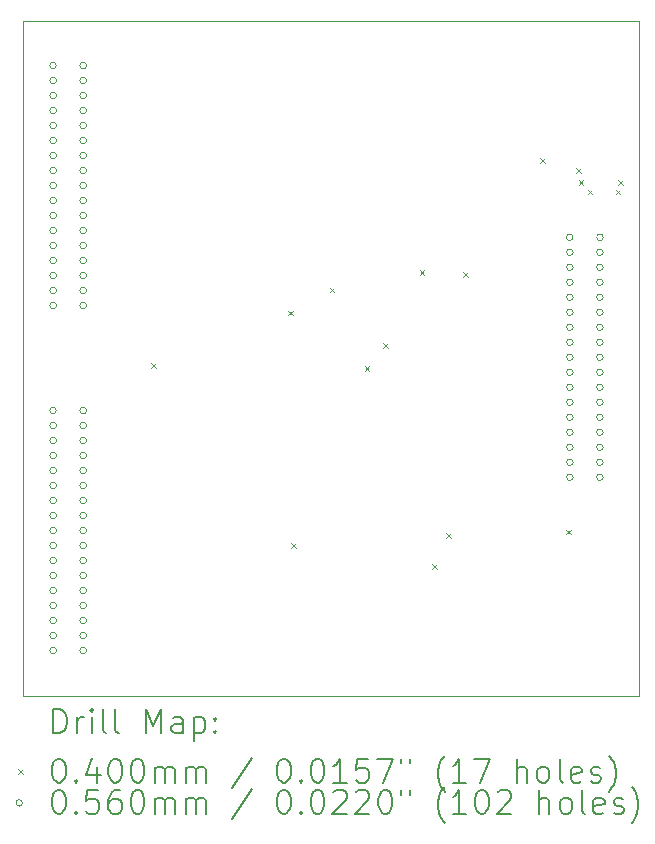
<source format=gbr>
%TF.GenerationSoftware,KiCad,Pcbnew,7.0.7*%
%TF.CreationDate,2023-09-12T10:00:45-04:00*%
%TF.ProjectId,Heater_South,48656174-6572-45f5-936f-7574682e6b69,rev?*%
%TF.SameCoordinates,Original*%
%TF.FileFunction,Drillmap*%
%TF.FilePolarity,Positive*%
%FSLAX45Y45*%
G04 Gerber Fmt 4.5, Leading zero omitted, Abs format (unit mm)*
G04 Created by KiCad (PCBNEW 7.0.7) date 2023-09-12 10:00:45*
%MOMM*%
%LPD*%
G01*
G04 APERTURE LIST*
%ADD10C,0.100000*%
%ADD11C,0.200000*%
%ADD12C,0.040000*%
%ADD13C,0.056000*%
G04 APERTURE END LIST*
D10*
X9144000Y-4699000D02*
X14358000Y-4699000D01*
X14358000Y-10414000D01*
X9144000Y-10414000D01*
X9144000Y-4699000D01*
D11*
D12*
X10230000Y-7600000D02*
X10270000Y-7640000D01*
X10270000Y-7600000D02*
X10230000Y-7640000D01*
X11386006Y-7154697D02*
X11426006Y-7194697D01*
X11426006Y-7154697D02*
X11386006Y-7194697D01*
X11410000Y-9124000D02*
X11450000Y-9164000D01*
X11450000Y-9124000D02*
X11410000Y-9164000D01*
X11740000Y-6960000D02*
X11780000Y-7000000D01*
X11780000Y-6960000D02*
X11740000Y-7000000D01*
X12035450Y-7625450D02*
X12075450Y-7665450D01*
X12075450Y-7625450D02*
X12035450Y-7665450D01*
X12190000Y-7430000D02*
X12230000Y-7470000D01*
X12230000Y-7430000D02*
X12190000Y-7470000D01*
X12500000Y-6810000D02*
X12540000Y-6850000D01*
X12540000Y-6810000D02*
X12500000Y-6850000D01*
X12603800Y-9301800D02*
X12643800Y-9341800D01*
X12643800Y-9301800D02*
X12603800Y-9341800D01*
X12728012Y-9038650D02*
X12768012Y-9078650D01*
X12768012Y-9038650D02*
X12728012Y-9078650D01*
X12870000Y-6830000D02*
X12910000Y-6870000D01*
X12910000Y-6830000D02*
X12870000Y-6870000D01*
X13518200Y-5863650D02*
X13558200Y-5903650D01*
X13558200Y-5863650D02*
X13518200Y-5903650D01*
X13740000Y-9010000D02*
X13780000Y-9050000D01*
X13780000Y-9010000D02*
X13740000Y-9050000D01*
X13823000Y-5949000D02*
X13863000Y-5989000D01*
X13863000Y-5949000D02*
X13823000Y-5989000D01*
X13846977Y-6049372D02*
X13886977Y-6089372D01*
X13886977Y-6049372D02*
X13846977Y-6089372D01*
X13922666Y-6130000D02*
X13962666Y-6170000D01*
X13962666Y-6130000D02*
X13922666Y-6170000D01*
X14160000Y-6130000D02*
X14200000Y-6170000D01*
X14200000Y-6130000D02*
X14160000Y-6170000D01*
X14184650Y-6049372D02*
X14224650Y-6089372D01*
X14224650Y-6049372D02*
X14184650Y-6089372D01*
D13*
X9424984Y-5080000D02*
G75*
G03*
X9424984Y-5080000I-28000J0D01*
G01*
X9424984Y-8001000D02*
G75*
G03*
X9424984Y-8001000I-28000J0D01*
G01*
X9426000Y-5207000D02*
G75*
G03*
X9426000Y-5207000I-28000J0D01*
G01*
X9426000Y-5334000D02*
G75*
G03*
X9426000Y-5334000I-28000J0D01*
G01*
X9426000Y-5461000D02*
G75*
G03*
X9426000Y-5461000I-28000J0D01*
G01*
X9426000Y-5588000D02*
G75*
G03*
X9426000Y-5588000I-28000J0D01*
G01*
X9426000Y-5715000D02*
G75*
G03*
X9426000Y-5715000I-28000J0D01*
G01*
X9426000Y-5842000D02*
G75*
G03*
X9426000Y-5842000I-28000J0D01*
G01*
X9426000Y-5969000D02*
G75*
G03*
X9426000Y-5969000I-28000J0D01*
G01*
X9426000Y-6096000D02*
G75*
G03*
X9426000Y-6096000I-28000J0D01*
G01*
X9426000Y-6223000D02*
G75*
G03*
X9426000Y-6223000I-28000J0D01*
G01*
X9426000Y-6350000D02*
G75*
G03*
X9426000Y-6350000I-28000J0D01*
G01*
X9426000Y-6477000D02*
G75*
G03*
X9426000Y-6477000I-28000J0D01*
G01*
X9426000Y-6604000D02*
G75*
G03*
X9426000Y-6604000I-28000J0D01*
G01*
X9426000Y-6731000D02*
G75*
G03*
X9426000Y-6731000I-28000J0D01*
G01*
X9426000Y-6858000D02*
G75*
G03*
X9426000Y-6858000I-28000J0D01*
G01*
X9426000Y-6985000D02*
G75*
G03*
X9426000Y-6985000I-28000J0D01*
G01*
X9426000Y-7112000D02*
G75*
G03*
X9426000Y-7112000I-28000J0D01*
G01*
X9426000Y-8128000D02*
G75*
G03*
X9426000Y-8128000I-28000J0D01*
G01*
X9426000Y-8255000D02*
G75*
G03*
X9426000Y-8255000I-28000J0D01*
G01*
X9426000Y-8382000D02*
G75*
G03*
X9426000Y-8382000I-28000J0D01*
G01*
X9426000Y-8509000D02*
G75*
G03*
X9426000Y-8509000I-28000J0D01*
G01*
X9426000Y-8636000D02*
G75*
G03*
X9426000Y-8636000I-28000J0D01*
G01*
X9426000Y-8763000D02*
G75*
G03*
X9426000Y-8763000I-28000J0D01*
G01*
X9426000Y-8890000D02*
G75*
G03*
X9426000Y-8890000I-28000J0D01*
G01*
X9426000Y-9017000D02*
G75*
G03*
X9426000Y-9017000I-28000J0D01*
G01*
X9426000Y-9144000D02*
G75*
G03*
X9426000Y-9144000I-28000J0D01*
G01*
X9426000Y-9271000D02*
G75*
G03*
X9426000Y-9271000I-28000J0D01*
G01*
X9426000Y-9398000D02*
G75*
G03*
X9426000Y-9398000I-28000J0D01*
G01*
X9426000Y-9525000D02*
G75*
G03*
X9426000Y-9525000I-28000J0D01*
G01*
X9426000Y-9652000D02*
G75*
G03*
X9426000Y-9652000I-28000J0D01*
G01*
X9426000Y-9779000D02*
G75*
G03*
X9426000Y-9779000I-28000J0D01*
G01*
X9426000Y-9906000D02*
G75*
G03*
X9426000Y-9906000I-28000J0D01*
G01*
X9426000Y-10033000D02*
G75*
G03*
X9426000Y-10033000I-28000J0D01*
G01*
X9680000Y-5207000D02*
G75*
G03*
X9680000Y-5207000I-28000J0D01*
G01*
X9680000Y-5334000D02*
G75*
G03*
X9680000Y-5334000I-28000J0D01*
G01*
X9680000Y-5461000D02*
G75*
G03*
X9680000Y-5461000I-28000J0D01*
G01*
X9680000Y-5588000D02*
G75*
G03*
X9680000Y-5588000I-28000J0D01*
G01*
X9680000Y-5715000D02*
G75*
G03*
X9680000Y-5715000I-28000J0D01*
G01*
X9680000Y-5842000D02*
G75*
G03*
X9680000Y-5842000I-28000J0D01*
G01*
X9680000Y-5969000D02*
G75*
G03*
X9680000Y-5969000I-28000J0D01*
G01*
X9680000Y-6096000D02*
G75*
G03*
X9680000Y-6096000I-28000J0D01*
G01*
X9680000Y-6223000D02*
G75*
G03*
X9680000Y-6223000I-28000J0D01*
G01*
X9680000Y-6350000D02*
G75*
G03*
X9680000Y-6350000I-28000J0D01*
G01*
X9680000Y-6477000D02*
G75*
G03*
X9680000Y-6477000I-28000J0D01*
G01*
X9680000Y-6604000D02*
G75*
G03*
X9680000Y-6604000I-28000J0D01*
G01*
X9680000Y-6731000D02*
G75*
G03*
X9680000Y-6731000I-28000J0D01*
G01*
X9680000Y-6858000D02*
G75*
G03*
X9680000Y-6858000I-28000J0D01*
G01*
X9680000Y-6985000D02*
G75*
G03*
X9680000Y-6985000I-28000J0D01*
G01*
X9680000Y-7112000D02*
G75*
G03*
X9680000Y-7112000I-28000J0D01*
G01*
X9680000Y-8128000D02*
G75*
G03*
X9680000Y-8128000I-28000J0D01*
G01*
X9680000Y-8255000D02*
G75*
G03*
X9680000Y-8255000I-28000J0D01*
G01*
X9680000Y-8382000D02*
G75*
G03*
X9680000Y-8382000I-28000J0D01*
G01*
X9680000Y-8509000D02*
G75*
G03*
X9680000Y-8509000I-28000J0D01*
G01*
X9680000Y-8636000D02*
G75*
G03*
X9680000Y-8636000I-28000J0D01*
G01*
X9680000Y-8763000D02*
G75*
G03*
X9680000Y-8763000I-28000J0D01*
G01*
X9680000Y-8890000D02*
G75*
G03*
X9680000Y-8890000I-28000J0D01*
G01*
X9680000Y-9017000D02*
G75*
G03*
X9680000Y-9017000I-28000J0D01*
G01*
X9680000Y-9144000D02*
G75*
G03*
X9680000Y-9144000I-28000J0D01*
G01*
X9680000Y-9271000D02*
G75*
G03*
X9680000Y-9271000I-28000J0D01*
G01*
X9680000Y-9398000D02*
G75*
G03*
X9680000Y-9398000I-28000J0D01*
G01*
X9680000Y-9525000D02*
G75*
G03*
X9680000Y-9525000I-28000J0D01*
G01*
X9680000Y-9652000D02*
G75*
G03*
X9680000Y-9652000I-28000J0D01*
G01*
X9680000Y-9779000D02*
G75*
G03*
X9680000Y-9779000I-28000J0D01*
G01*
X9680000Y-9906000D02*
G75*
G03*
X9680000Y-9906000I-28000J0D01*
G01*
X9680000Y-10033000D02*
G75*
G03*
X9680000Y-10033000I-28000J0D01*
G01*
X9681016Y-5080000D02*
G75*
G03*
X9681016Y-5080000I-28000J0D01*
G01*
X9681016Y-8001000D02*
G75*
G03*
X9681016Y-8001000I-28000J0D01*
G01*
X13799984Y-6534000D02*
G75*
G03*
X13799984Y-6534000I-28000J0D01*
G01*
X13801000Y-6661000D02*
G75*
G03*
X13801000Y-6661000I-28000J0D01*
G01*
X13801000Y-6788000D02*
G75*
G03*
X13801000Y-6788000I-28000J0D01*
G01*
X13801000Y-6915000D02*
G75*
G03*
X13801000Y-6915000I-28000J0D01*
G01*
X13801000Y-7042000D02*
G75*
G03*
X13801000Y-7042000I-28000J0D01*
G01*
X13801000Y-7169000D02*
G75*
G03*
X13801000Y-7169000I-28000J0D01*
G01*
X13801000Y-7296000D02*
G75*
G03*
X13801000Y-7296000I-28000J0D01*
G01*
X13801000Y-7423000D02*
G75*
G03*
X13801000Y-7423000I-28000J0D01*
G01*
X13801000Y-7550000D02*
G75*
G03*
X13801000Y-7550000I-28000J0D01*
G01*
X13801000Y-7677000D02*
G75*
G03*
X13801000Y-7677000I-28000J0D01*
G01*
X13801000Y-7804000D02*
G75*
G03*
X13801000Y-7804000I-28000J0D01*
G01*
X13801000Y-7931000D02*
G75*
G03*
X13801000Y-7931000I-28000J0D01*
G01*
X13801000Y-8058000D02*
G75*
G03*
X13801000Y-8058000I-28000J0D01*
G01*
X13801000Y-8185000D02*
G75*
G03*
X13801000Y-8185000I-28000J0D01*
G01*
X13801000Y-8312000D02*
G75*
G03*
X13801000Y-8312000I-28000J0D01*
G01*
X13801000Y-8439000D02*
G75*
G03*
X13801000Y-8439000I-28000J0D01*
G01*
X13801000Y-8566000D02*
G75*
G03*
X13801000Y-8566000I-28000J0D01*
G01*
X14055000Y-6661000D02*
G75*
G03*
X14055000Y-6661000I-28000J0D01*
G01*
X14055000Y-6788000D02*
G75*
G03*
X14055000Y-6788000I-28000J0D01*
G01*
X14055000Y-6915000D02*
G75*
G03*
X14055000Y-6915000I-28000J0D01*
G01*
X14055000Y-7042000D02*
G75*
G03*
X14055000Y-7042000I-28000J0D01*
G01*
X14055000Y-7169000D02*
G75*
G03*
X14055000Y-7169000I-28000J0D01*
G01*
X14055000Y-7296000D02*
G75*
G03*
X14055000Y-7296000I-28000J0D01*
G01*
X14055000Y-7423000D02*
G75*
G03*
X14055000Y-7423000I-28000J0D01*
G01*
X14055000Y-7550000D02*
G75*
G03*
X14055000Y-7550000I-28000J0D01*
G01*
X14055000Y-7677000D02*
G75*
G03*
X14055000Y-7677000I-28000J0D01*
G01*
X14055000Y-7804000D02*
G75*
G03*
X14055000Y-7804000I-28000J0D01*
G01*
X14055000Y-7931000D02*
G75*
G03*
X14055000Y-7931000I-28000J0D01*
G01*
X14055000Y-8058000D02*
G75*
G03*
X14055000Y-8058000I-28000J0D01*
G01*
X14055000Y-8185000D02*
G75*
G03*
X14055000Y-8185000I-28000J0D01*
G01*
X14055000Y-8312000D02*
G75*
G03*
X14055000Y-8312000I-28000J0D01*
G01*
X14055000Y-8439000D02*
G75*
G03*
X14055000Y-8439000I-28000J0D01*
G01*
X14055000Y-8566000D02*
G75*
G03*
X14055000Y-8566000I-28000J0D01*
G01*
X14056016Y-6534000D02*
G75*
G03*
X14056016Y-6534000I-28000J0D01*
G01*
D11*
X9399777Y-10730484D02*
X9399777Y-10530484D01*
X9399777Y-10530484D02*
X9447396Y-10530484D01*
X9447396Y-10530484D02*
X9475967Y-10540008D01*
X9475967Y-10540008D02*
X9495015Y-10559055D01*
X9495015Y-10559055D02*
X9504539Y-10578103D01*
X9504539Y-10578103D02*
X9514063Y-10616198D01*
X9514063Y-10616198D02*
X9514063Y-10644770D01*
X9514063Y-10644770D02*
X9504539Y-10682865D01*
X9504539Y-10682865D02*
X9495015Y-10701912D01*
X9495015Y-10701912D02*
X9475967Y-10720960D01*
X9475967Y-10720960D02*
X9447396Y-10730484D01*
X9447396Y-10730484D02*
X9399777Y-10730484D01*
X9599777Y-10730484D02*
X9599777Y-10597150D01*
X9599777Y-10635246D02*
X9609301Y-10616198D01*
X9609301Y-10616198D02*
X9618824Y-10606674D01*
X9618824Y-10606674D02*
X9637872Y-10597150D01*
X9637872Y-10597150D02*
X9656920Y-10597150D01*
X9723586Y-10730484D02*
X9723586Y-10597150D01*
X9723586Y-10530484D02*
X9714063Y-10540008D01*
X9714063Y-10540008D02*
X9723586Y-10549531D01*
X9723586Y-10549531D02*
X9733110Y-10540008D01*
X9733110Y-10540008D02*
X9723586Y-10530484D01*
X9723586Y-10530484D02*
X9723586Y-10549531D01*
X9847396Y-10730484D02*
X9828348Y-10720960D01*
X9828348Y-10720960D02*
X9818824Y-10701912D01*
X9818824Y-10701912D02*
X9818824Y-10530484D01*
X9952158Y-10730484D02*
X9933110Y-10720960D01*
X9933110Y-10720960D02*
X9923586Y-10701912D01*
X9923586Y-10701912D02*
X9923586Y-10530484D01*
X10180729Y-10730484D02*
X10180729Y-10530484D01*
X10180729Y-10530484D02*
X10247396Y-10673341D01*
X10247396Y-10673341D02*
X10314063Y-10530484D01*
X10314063Y-10530484D02*
X10314063Y-10730484D01*
X10495015Y-10730484D02*
X10495015Y-10625722D01*
X10495015Y-10625722D02*
X10485491Y-10606674D01*
X10485491Y-10606674D02*
X10466444Y-10597150D01*
X10466444Y-10597150D02*
X10428348Y-10597150D01*
X10428348Y-10597150D02*
X10409301Y-10606674D01*
X10495015Y-10720960D02*
X10475967Y-10730484D01*
X10475967Y-10730484D02*
X10428348Y-10730484D01*
X10428348Y-10730484D02*
X10409301Y-10720960D01*
X10409301Y-10720960D02*
X10399777Y-10701912D01*
X10399777Y-10701912D02*
X10399777Y-10682865D01*
X10399777Y-10682865D02*
X10409301Y-10663817D01*
X10409301Y-10663817D02*
X10428348Y-10654293D01*
X10428348Y-10654293D02*
X10475967Y-10654293D01*
X10475967Y-10654293D02*
X10495015Y-10644770D01*
X10590253Y-10597150D02*
X10590253Y-10797150D01*
X10590253Y-10606674D02*
X10609301Y-10597150D01*
X10609301Y-10597150D02*
X10647396Y-10597150D01*
X10647396Y-10597150D02*
X10666444Y-10606674D01*
X10666444Y-10606674D02*
X10675967Y-10616198D01*
X10675967Y-10616198D02*
X10685491Y-10635246D01*
X10685491Y-10635246D02*
X10685491Y-10692389D01*
X10685491Y-10692389D02*
X10675967Y-10711436D01*
X10675967Y-10711436D02*
X10666444Y-10720960D01*
X10666444Y-10720960D02*
X10647396Y-10730484D01*
X10647396Y-10730484D02*
X10609301Y-10730484D01*
X10609301Y-10730484D02*
X10590253Y-10720960D01*
X10771205Y-10711436D02*
X10780729Y-10720960D01*
X10780729Y-10720960D02*
X10771205Y-10730484D01*
X10771205Y-10730484D02*
X10761682Y-10720960D01*
X10761682Y-10720960D02*
X10771205Y-10711436D01*
X10771205Y-10711436D02*
X10771205Y-10730484D01*
X10771205Y-10606674D02*
X10780729Y-10616198D01*
X10780729Y-10616198D02*
X10771205Y-10625722D01*
X10771205Y-10625722D02*
X10761682Y-10616198D01*
X10761682Y-10616198D02*
X10771205Y-10606674D01*
X10771205Y-10606674D02*
X10771205Y-10625722D01*
D12*
X9099000Y-11039000D02*
X9139000Y-11079000D01*
X9139000Y-11039000D02*
X9099000Y-11079000D01*
D11*
X9437872Y-10950484D02*
X9456920Y-10950484D01*
X9456920Y-10950484D02*
X9475967Y-10960008D01*
X9475967Y-10960008D02*
X9485491Y-10969531D01*
X9485491Y-10969531D02*
X9495015Y-10988579D01*
X9495015Y-10988579D02*
X9504539Y-11026674D01*
X9504539Y-11026674D02*
X9504539Y-11074293D01*
X9504539Y-11074293D02*
X9495015Y-11112389D01*
X9495015Y-11112389D02*
X9485491Y-11131436D01*
X9485491Y-11131436D02*
X9475967Y-11140960D01*
X9475967Y-11140960D02*
X9456920Y-11150484D01*
X9456920Y-11150484D02*
X9437872Y-11150484D01*
X9437872Y-11150484D02*
X9418824Y-11140960D01*
X9418824Y-11140960D02*
X9409301Y-11131436D01*
X9409301Y-11131436D02*
X9399777Y-11112389D01*
X9399777Y-11112389D02*
X9390253Y-11074293D01*
X9390253Y-11074293D02*
X9390253Y-11026674D01*
X9390253Y-11026674D02*
X9399777Y-10988579D01*
X9399777Y-10988579D02*
X9409301Y-10969531D01*
X9409301Y-10969531D02*
X9418824Y-10960008D01*
X9418824Y-10960008D02*
X9437872Y-10950484D01*
X9590253Y-11131436D02*
X9599777Y-11140960D01*
X9599777Y-11140960D02*
X9590253Y-11150484D01*
X9590253Y-11150484D02*
X9580729Y-11140960D01*
X9580729Y-11140960D02*
X9590253Y-11131436D01*
X9590253Y-11131436D02*
X9590253Y-11150484D01*
X9771205Y-11017150D02*
X9771205Y-11150484D01*
X9723586Y-10940960D02*
X9675967Y-11083817D01*
X9675967Y-11083817D02*
X9799777Y-11083817D01*
X9914063Y-10950484D02*
X9933110Y-10950484D01*
X9933110Y-10950484D02*
X9952158Y-10960008D01*
X9952158Y-10960008D02*
X9961682Y-10969531D01*
X9961682Y-10969531D02*
X9971205Y-10988579D01*
X9971205Y-10988579D02*
X9980729Y-11026674D01*
X9980729Y-11026674D02*
X9980729Y-11074293D01*
X9980729Y-11074293D02*
X9971205Y-11112389D01*
X9971205Y-11112389D02*
X9961682Y-11131436D01*
X9961682Y-11131436D02*
X9952158Y-11140960D01*
X9952158Y-11140960D02*
X9933110Y-11150484D01*
X9933110Y-11150484D02*
X9914063Y-11150484D01*
X9914063Y-11150484D02*
X9895015Y-11140960D01*
X9895015Y-11140960D02*
X9885491Y-11131436D01*
X9885491Y-11131436D02*
X9875967Y-11112389D01*
X9875967Y-11112389D02*
X9866444Y-11074293D01*
X9866444Y-11074293D02*
X9866444Y-11026674D01*
X9866444Y-11026674D02*
X9875967Y-10988579D01*
X9875967Y-10988579D02*
X9885491Y-10969531D01*
X9885491Y-10969531D02*
X9895015Y-10960008D01*
X9895015Y-10960008D02*
X9914063Y-10950484D01*
X10104539Y-10950484D02*
X10123586Y-10950484D01*
X10123586Y-10950484D02*
X10142634Y-10960008D01*
X10142634Y-10960008D02*
X10152158Y-10969531D01*
X10152158Y-10969531D02*
X10161682Y-10988579D01*
X10161682Y-10988579D02*
X10171205Y-11026674D01*
X10171205Y-11026674D02*
X10171205Y-11074293D01*
X10171205Y-11074293D02*
X10161682Y-11112389D01*
X10161682Y-11112389D02*
X10152158Y-11131436D01*
X10152158Y-11131436D02*
X10142634Y-11140960D01*
X10142634Y-11140960D02*
X10123586Y-11150484D01*
X10123586Y-11150484D02*
X10104539Y-11150484D01*
X10104539Y-11150484D02*
X10085491Y-11140960D01*
X10085491Y-11140960D02*
X10075967Y-11131436D01*
X10075967Y-11131436D02*
X10066444Y-11112389D01*
X10066444Y-11112389D02*
X10056920Y-11074293D01*
X10056920Y-11074293D02*
X10056920Y-11026674D01*
X10056920Y-11026674D02*
X10066444Y-10988579D01*
X10066444Y-10988579D02*
X10075967Y-10969531D01*
X10075967Y-10969531D02*
X10085491Y-10960008D01*
X10085491Y-10960008D02*
X10104539Y-10950484D01*
X10256920Y-11150484D02*
X10256920Y-11017150D01*
X10256920Y-11036198D02*
X10266444Y-11026674D01*
X10266444Y-11026674D02*
X10285491Y-11017150D01*
X10285491Y-11017150D02*
X10314063Y-11017150D01*
X10314063Y-11017150D02*
X10333110Y-11026674D01*
X10333110Y-11026674D02*
X10342634Y-11045722D01*
X10342634Y-11045722D02*
X10342634Y-11150484D01*
X10342634Y-11045722D02*
X10352158Y-11026674D01*
X10352158Y-11026674D02*
X10371205Y-11017150D01*
X10371205Y-11017150D02*
X10399777Y-11017150D01*
X10399777Y-11017150D02*
X10418825Y-11026674D01*
X10418825Y-11026674D02*
X10428348Y-11045722D01*
X10428348Y-11045722D02*
X10428348Y-11150484D01*
X10523586Y-11150484D02*
X10523586Y-11017150D01*
X10523586Y-11036198D02*
X10533110Y-11026674D01*
X10533110Y-11026674D02*
X10552158Y-11017150D01*
X10552158Y-11017150D02*
X10580729Y-11017150D01*
X10580729Y-11017150D02*
X10599777Y-11026674D01*
X10599777Y-11026674D02*
X10609301Y-11045722D01*
X10609301Y-11045722D02*
X10609301Y-11150484D01*
X10609301Y-11045722D02*
X10618825Y-11026674D01*
X10618825Y-11026674D02*
X10637872Y-11017150D01*
X10637872Y-11017150D02*
X10666444Y-11017150D01*
X10666444Y-11017150D02*
X10685491Y-11026674D01*
X10685491Y-11026674D02*
X10695015Y-11045722D01*
X10695015Y-11045722D02*
X10695015Y-11150484D01*
X11085491Y-10940960D02*
X10914063Y-11198103D01*
X11342634Y-10950484D02*
X11361682Y-10950484D01*
X11361682Y-10950484D02*
X11380729Y-10960008D01*
X11380729Y-10960008D02*
X11390253Y-10969531D01*
X11390253Y-10969531D02*
X11399777Y-10988579D01*
X11399777Y-10988579D02*
X11409301Y-11026674D01*
X11409301Y-11026674D02*
X11409301Y-11074293D01*
X11409301Y-11074293D02*
X11399777Y-11112389D01*
X11399777Y-11112389D02*
X11390253Y-11131436D01*
X11390253Y-11131436D02*
X11380729Y-11140960D01*
X11380729Y-11140960D02*
X11361682Y-11150484D01*
X11361682Y-11150484D02*
X11342634Y-11150484D01*
X11342634Y-11150484D02*
X11323586Y-11140960D01*
X11323586Y-11140960D02*
X11314063Y-11131436D01*
X11314063Y-11131436D02*
X11304539Y-11112389D01*
X11304539Y-11112389D02*
X11295015Y-11074293D01*
X11295015Y-11074293D02*
X11295015Y-11026674D01*
X11295015Y-11026674D02*
X11304539Y-10988579D01*
X11304539Y-10988579D02*
X11314063Y-10969531D01*
X11314063Y-10969531D02*
X11323586Y-10960008D01*
X11323586Y-10960008D02*
X11342634Y-10950484D01*
X11495015Y-11131436D02*
X11504539Y-11140960D01*
X11504539Y-11140960D02*
X11495015Y-11150484D01*
X11495015Y-11150484D02*
X11485491Y-11140960D01*
X11485491Y-11140960D02*
X11495015Y-11131436D01*
X11495015Y-11131436D02*
X11495015Y-11150484D01*
X11628348Y-10950484D02*
X11647396Y-10950484D01*
X11647396Y-10950484D02*
X11666444Y-10960008D01*
X11666444Y-10960008D02*
X11675967Y-10969531D01*
X11675967Y-10969531D02*
X11685491Y-10988579D01*
X11685491Y-10988579D02*
X11695015Y-11026674D01*
X11695015Y-11026674D02*
X11695015Y-11074293D01*
X11695015Y-11074293D02*
X11685491Y-11112389D01*
X11685491Y-11112389D02*
X11675967Y-11131436D01*
X11675967Y-11131436D02*
X11666444Y-11140960D01*
X11666444Y-11140960D02*
X11647396Y-11150484D01*
X11647396Y-11150484D02*
X11628348Y-11150484D01*
X11628348Y-11150484D02*
X11609301Y-11140960D01*
X11609301Y-11140960D02*
X11599777Y-11131436D01*
X11599777Y-11131436D02*
X11590253Y-11112389D01*
X11590253Y-11112389D02*
X11580729Y-11074293D01*
X11580729Y-11074293D02*
X11580729Y-11026674D01*
X11580729Y-11026674D02*
X11590253Y-10988579D01*
X11590253Y-10988579D02*
X11599777Y-10969531D01*
X11599777Y-10969531D02*
X11609301Y-10960008D01*
X11609301Y-10960008D02*
X11628348Y-10950484D01*
X11885491Y-11150484D02*
X11771206Y-11150484D01*
X11828348Y-11150484D02*
X11828348Y-10950484D01*
X11828348Y-10950484D02*
X11809301Y-10979055D01*
X11809301Y-10979055D02*
X11790253Y-10998103D01*
X11790253Y-10998103D02*
X11771206Y-11007627D01*
X12066444Y-10950484D02*
X11971206Y-10950484D01*
X11971206Y-10950484D02*
X11961682Y-11045722D01*
X11961682Y-11045722D02*
X11971206Y-11036198D01*
X11971206Y-11036198D02*
X11990253Y-11026674D01*
X11990253Y-11026674D02*
X12037872Y-11026674D01*
X12037872Y-11026674D02*
X12056920Y-11036198D01*
X12056920Y-11036198D02*
X12066444Y-11045722D01*
X12066444Y-11045722D02*
X12075967Y-11064770D01*
X12075967Y-11064770D02*
X12075967Y-11112389D01*
X12075967Y-11112389D02*
X12066444Y-11131436D01*
X12066444Y-11131436D02*
X12056920Y-11140960D01*
X12056920Y-11140960D02*
X12037872Y-11150484D01*
X12037872Y-11150484D02*
X11990253Y-11150484D01*
X11990253Y-11150484D02*
X11971206Y-11140960D01*
X11971206Y-11140960D02*
X11961682Y-11131436D01*
X12142634Y-10950484D02*
X12275967Y-10950484D01*
X12275967Y-10950484D02*
X12190253Y-11150484D01*
X12342634Y-10950484D02*
X12342634Y-10988579D01*
X12418825Y-10950484D02*
X12418825Y-10988579D01*
X12714063Y-11226674D02*
X12704539Y-11217150D01*
X12704539Y-11217150D02*
X12685491Y-11188579D01*
X12685491Y-11188579D02*
X12675968Y-11169531D01*
X12675968Y-11169531D02*
X12666444Y-11140960D01*
X12666444Y-11140960D02*
X12656920Y-11093341D01*
X12656920Y-11093341D02*
X12656920Y-11055246D01*
X12656920Y-11055246D02*
X12666444Y-11007627D01*
X12666444Y-11007627D02*
X12675968Y-10979055D01*
X12675968Y-10979055D02*
X12685491Y-10960008D01*
X12685491Y-10960008D02*
X12704539Y-10931436D01*
X12704539Y-10931436D02*
X12714063Y-10921912D01*
X12895015Y-11150484D02*
X12780729Y-11150484D01*
X12837872Y-11150484D02*
X12837872Y-10950484D01*
X12837872Y-10950484D02*
X12818825Y-10979055D01*
X12818825Y-10979055D02*
X12799777Y-10998103D01*
X12799777Y-10998103D02*
X12780729Y-11007627D01*
X12961682Y-10950484D02*
X13095015Y-10950484D01*
X13095015Y-10950484D02*
X13009301Y-11150484D01*
X13323587Y-11150484D02*
X13323587Y-10950484D01*
X13409301Y-11150484D02*
X13409301Y-11045722D01*
X13409301Y-11045722D02*
X13399777Y-11026674D01*
X13399777Y-11026674D02*
X13380730Y-11017150D01*
X13380730Y-11017150D02*
X13352158Y-11017150D01*
X13352158Y-11017150D02*
X13333110Y-11026674D01*
X13333110Y-11026674D02*
X13323587Y-11036198D01*
X13533110Y-11150484D02*
X13514063Y-11140960D01*
X13514063Y-11140960D02*
X13504539Y-11131436D01*
X13504539Y-11131436D02*
X13495015Y-11112389D01*
X13495015Y-11112389D02*
X13495015Y-11055246D01*
X13495015Y-11055246D02*
X13504539Y-11036198D01*
X13504539Y-11036198D02*
X13514063Y-11026674D01*
X13514063Y-11026674D02*
X13533110Y-11017150D01*
X13533110Y-11017150D02*
X13561682Y-11017150D01*
X13561682Y-11017150D02*
X13580730Y-11026674D01*
X13580730Y-11026674D02*
X13590253Y-11036198D01*
X13590253Y-11036198D02*
X13599777Y-11055246D01*
X13599777Y-11055246D02*
X13599777Y-11112389D01*
X13599777Y-11112389D02*
X13590253Y-11131436D01*
X13590253Y-11131436D02*
X13580730Y-11140960D01*
X13580730Y-11140960D02*
X13561682Y-11150484D01*
X13561682Y-11150484D02*
X13533110Y-11150484D01*
X13714063Y-11150484D02*
X13695015Y-11140960D01*
X13695015Y-11140960D02*
X13685491Y-11121912D01*
X13685491Y-11121912D02*
X13685491Y-10950484D01*
X13866444Y-11140960D02*
X13847396Y-11150484D01*
X13847396Y-11150484D02*
X13809301Y-11150484D01*
X13809301Y-11150484D02*
X13790253Y-11140960D01*
X13790253Y-11140960D02*
X13780730Y-11121912D01*
X13780730Y-11121912D02*
X13780730Y-11045722D01*
X13780730Y-11045722D02*
X13790253Y-11026674D01*
X13790253Y-11026674D02*
X13809301Y-11017150D01*
X13809301Y-11017150D02*
X13847396Y-11017150D01*
X13847396Y-11017150D02*
X13866444Y-11026674D01*
X13866444Y-11026674D02*
X13875968Y-11045722D01*
X13875968Y-11045722D02*
X13875968Y-11064770D01*
X13875968Y-11064770D02*
X13780730Y-11083817D01*
X13952158Y-11140960D02*
X13971206Y-11150484D01*
X13971206Y-11150484D02*
X14009301Y-11150484D01*
X14009301Y-11150484D02*
X14028349Y-11140960D01*
X14028349Y-11140960D02*
X14037872Y-11121912D01*
X14037872Y-11121912D02*
X14037872Y-11112389D01*
X14037872Y-11112389D02*
X14028349Y-11093341D01*
X14028349Y-11093341D02*
X14009301Y-11083817D01*
X14009301Y-11083817D02*
X13980730Y-11083817D01*
X13980730Y-11083817D02*
X13961682Y-11074293D01*
X13961682Y-11074293D02*
X13952158Y-11055246D01*
X13952158Y-11055246D02*
X13952158Y-11045722D01*
X13952158Y-11045722D02*
X13961682Y-11026674D01*
X13961682Y-11026674D02*
X13980730Y-11017150D01*
X13980730Y-11017150D02*
X14009301Y-11017150D01*
X14009301Y-11017150D02*
X14028349Y-11026674D01*
X14104539Y-11226674D02*
X14114063Y-11217150D01*
X14114063Y-11217150D02*
X14133111Y-11188579D01*
X14133111Y-11188579D02*
X14142634Y-11169531D01*
X14142634Y-11169531D02*
X14152158Y-11140960D01*
X14152158Y-11140960D02*
X14161682Y-11093341D01*
X14161682Y-11093341D02*
X14161682Y-11055246D01*
X14161682Y-11055246D02*
X14152158Y-11007627D01*
X14152158Y-11007627D02*
X14142634Y-10979055D01*
X14142634Y-10979055D02*
X14133111Y-10960008D01*
X14133111Y-10960008D02*
X14114063Y-10931436D01*
X14114063Y-10931436D02*
X14104539Y-10921912D01*
D13*
X9139000Y-11323000D02*
G75*
G03*
X9139000Y-11323000I-28000J0D01*
G01*
D11*
X9437872Y-11214484D02*
X9456920Y-11214484D01*
X9456920Y-11214484D02*
X9475967Y-11224008D01*
X9475967Y-11224008D02*
X9485491Y-11233531D01*
X9485491Y-11233531D02*
X9495015Y-11252579D01*
X9495015Y-11252579D02*
X9504539Y-11290674D01*
X9504539Y-11290674D02*
X9504539Y-11338293D01*
X9504539Y-11338293D02*
X9495015Y-11376388D01*
X9495015Y-11376388D02*
X9485491Y-11395436D01*
X9485491Y-11395436D02*
X9475967Y-11404960D01*
X9475967Y-11404960D02*
X9456920Y-11414484D01*
X9456920Y-11414484D02*
X9437872Y-11414484D01*
X9437872Y-11414484D02*
X9418824Y-11404960D01*
X9418824Y-11404960D02*
X9409301Y-11395436D01*
X9409301Y-11395436D02*
X9399777Y-11376388D01*
X9399777Y-11376388D02*
X9390253Y-11338293D01*
X9390253Y-11338293D02*
X9390253Y-11290674D01*
X9390253Y-11290674D02*
X9399777Y-11252579D01*
X9399777Y-11252579D02*
X9409301Y-11233531D01*
X9409301Y-11233531D02*
X9418824Y-11224008D01*
X9418824Y-11224008D02*
X9437872Y-11214484D01*
X9590253Y-11395436D02*
X9599777Y-11404960D01*
X9599777Y-11404960D02*
X9590253Y-11414484D01*
X9590253Y-11414484D02*
X9580729Y-11404960D01*
X9580729Y-11404960D02*
X9590253Y-11395436D01*
X9590253Y-11395436D02*
X9590253Y-11414484D01*
X9780729Y-11214484D02*
X9685491Y-11214484D01*
X9685491Y-11214484D02*
X9675967Y-11309722D01*
X9675967Y-11309722D02*
X9685491Y-11300198D01*
X9685491Y-11300198D02*
X9704539Y-11290674D01*
X9704539Y-11290674D02*
X9752158Y-11290674D01*
X9752158Y-11290674D02*
X9771205Y-11300198D01*
X9771205Y-11300198D02*
X9780729Y-11309722D01*
X9780729Y-11309722D02*
X9790253Y-11328769D01*
X9790253Y-11328769D02*
X9790253Y-11376388D01*
X9790253Y-11376388D02*
X9780729Y-11395436D01*
X9780729Y-11395436D02*
X9771205Y-11404960D01*
X9771205Y-11404960D02*
X9752158Y-11414484D01*
X9752158Y-11414484D02*
X9704539Y-11414484D01*
X9704539Y-11414484D02*
X9685491Y-11404960D01*
X9685491Y-11404960D02*
X9675967Y-11395436D01*
X9961682Y-11214484D02*
X9923586Y-11214484D01*
X9923586Y-11214484D02*
X9904539Y-11224008D01*
X9904539Y-11224008D02*
X9895015Y-11233531D01*
X9895015Y-11233531D02*
X9875967Y-11262103D01*
X9875967Y-11262103D02*
X9866444Y-11300198D01*
X9866444Y-11300198D02*
X9866444Y-11376388D01*
X9866444Y-11376388D02*
X9875967Y-11395436D01*
X9875967Y-11395436D02*
X9885491Y-11404960D01*
X9885491Y-11404960D02*
X9904539Y-11414484D01*
X9904539Y-11414484D02*
X9942634Y-11414484D01*
X9942634Y-11414484D02*
X9961682Y-11404960D01*
X9961682Y-11404960D02*
X9971205Y-11395436D01*
X9971205Y-11395436D02*
X9980729Y-11376388D01*
X9980729Y-11376388D02*
X9980729Y-11328769D01*
X9980729Y-11328769D02*
X9971205Y-11309722D01*
X9971205Y-11309722D02*
X9961682Y-11300198D01*
X9961682Y-11300198D02*
X9942634Y-11290674D01*
X9942634Y-11290674D02*
X9904539Y-11290674D01*
X9904539Y-11290674D02*
X9885491Y-11300198D01*
X9885491Y-11300198D02*
X9875967Y-11309722D01*
X9875967Y-11309722D02*
X9866444Y-11328769D01*
X10104539Y-11214484D02*
X10123586Y-11214484D01*
X10123586Y-11214484D02*
X10142634Y-11224008D01*
X10142634Y-11224008D02*
X10152158Y-11233531D01*
X10152158Y-11233531D02*
X10161682Y-11252579D01*
X10161682Y-11252579D02*
X10171205Y-11290674D01*
X10171205Y-11290674D02*
X10171205Y-11338293D01*
X10171205Y-11338293D02*
X10161682Y-11376388D01*
X10161682Y-11376388D02*
X10152158Y-11395436D01*
X10152158Y-11395436D02*
X10142634Y-11404960D01*
X10142634Y-11404960D02*
X10123586Y-11414484D01*
X10123586Y-11414484D02*
X10104539Y-11414484D01*
X10104539Y-11414484D02*
X10085491Y-11404960D01*
X10085491Y-11404960D02*
X10075967Y-11395436D01*
X10075967Y-11395436D02*
X10066444Y-11376388D01*
X10066444Y-11376388D02*
X10056920Y-11338293D01*
X10056920Y-11338293D02*
X10056920Y-11290674D01*
X10056920Y-11290674D02*
X10066444Y-11252579D01*
X10066444Y-11252579D02*
X10075967Y-11233531D01*
X10075967Y-11233531D02*
X10085491Y-11224008D01*
X10085491Y-11224008D02*
X10104539Y-11214484D01*
X10256920Y-11414484D02*
X10256920Y-11281150D01*
X10256920Y-11300198D02*
X10266444Y-11290674D01*
X10266444Y-11290674D02*
X10285491Y-11281150D01*
X10285491Y-11281150D02*
X10314063Y-11281150D01*
X10314063Y-11281150D02*
X10333110Y-11290674D01*
X10333110Y-11290674D02*
X10342634Y-11309722D01*
X10342634Y-11309722D02*
X10342634Y-11414484D01*
X10342634Y-11309722D02*
X10352158Y-11290674D01*
X10352158Y-11290674D02*
X10371205Y-11281150D01*
X10371205Y-11281150D02*
X10399777Y-11281150D01*
X10399777Y-11281150D02*
X10418825Y-11290674D01*
X10418825Y-11290674D02*
X10428348Y-11309722D01*
X10428348Y-11309722D02*
X10428348Y-11414484D01*
X10523586Y-11414484D02*
X10523586Y-11281150D01*
X10523586Y-11300198D02*
X10533110Y-11290674D01*
X10533110Y-11290674D02*
X10552158Y-11281150D01*
X10552158Y-11281150D02*
X10580729Y-11281150D01*
X10580729Y-11281150D02*
X10599777Y-11290674D01*
X10599777Y-11290674D02*
X10609301Y-11309722D01*
X10609301Y-11309722D02*
X10609301Y-11414484D01*
X10609301Y-11309722D02*
X10618825Y-11290674D01*
X10618825Y-11290674D02*
X10637872Y-11281150D01*
X10637872Y-11281150D02*
X10666444Y-11281150D01*
X10666444Y-11281150D02*
X10685491Y-11290674D01*
X10685491Y-11290674D02*
X10695015Y-11309722D01*
X10695015Y-11309722D02*
X10695015Y-11414484D01*
X11085491Y-11204960D02*
X10914063Y-11462103D01*
X11342634Y-11214484D02*
X11361682Y-11214484D01*
X11361682Y-11214484D02*
X11380729Y-11224008D01*
X11380729Y-11224008D02*
X11390253Y-11233531D01*
X11390253Y-11233531D02*
X11399777Y-11252579D01*
X11399777Y-11252579D02*
X11409301Y-11290674D01*
X11409301Y-11290674D02*
X11409301Y-11338293D01*
X11409301Y-11338293D02*
X11399777Y-11376388D01*
X11399777Y-11376388D02*
X11390253Y-11395436D01*
X11390253Y-11395436D02*
X11380729Y-11404960D01*
X11380729Y-11404960D02*
X11361682Y-11414484D01*
X11361682Y-11414484D02*
X11342634Y-11414484D01*
X11342634Y-11414484D02*
X11323586Y-11404960D01*
X11323586Y-11404960D02*
X11314063Y-11395436D01*
X11314063Y-11395436D02*
X11304539Y-11376388D01*
X11304539Y-11376388D02*
X11295015Y-11338293D01*
X11295015Y-11338293D02*
X11295015Y-11290674D01*
X11295015Y-11290674D02*
X11304539Y-11252579D01*
X11304539Y-11252579D02*
X11314063Y-11233531D01*
X11314063Y-11233531D02*
X11323586Y-11224008D01*
X11323586Y-11224008D02*
X11342634Y-11214484D01*
X11495015Y-11395436D02*
X11504539Y-11404960D01*
X11504539Y-11404960D02*
X11495015Y-11414484D01*
X11495015Y-11414484D02*
X11485491Y-11404960D01*
X11485491Y-11404960D02*
X11495015Y-11395436D01*
X11495015Y-11395436D02*
X11495015Y-11414484D01*
X11628348Y-11214484D02*
X11647396Y-11214484D01*
X11647396Y-11214484D02*
X11666444Y-11224008D01*
X11666444Y-11224008D02*
X11675967Y-11233531D01*
X11675967Y-11233531D02*
X11685491Y-11252579D01*
X11685491Y-11252579D02*
X11695015Y-11290674D01*
X11695015Y-11290674D02*
X11695015Y-11338293D01*
X11695015Y-11338293D02*
X11685491Y-11376388D01*
X11685491Y-11376388D02*
X11675967Y-11395436D01*
X11675967Y-11395436D02*
X11666444Y-11404960D01*
X11666444Y-11404960D02*
X11647396Y-11414484D01*
X11647396Y-11414484D02*
X11628348Y-11414484D01*
X11628348Y-11414484D02*
X11609301Y-11404960D01*
X11609301Y-11404960D02*
X11599777Y-11395436D01*
X11599777Y-11395436D02*
X11590253Y-11376388D01*
X11590253Y-11376388D02*
X11580729Y-11338293D01*
X11580729Y-11338293D02*
X11580729Y-11290674D01*
X11580729Y-11290674D02*
X11590253Y-11252579D01*
X11590253Y-11252579D02*
X11599777Y-11233531D01*
X11599777Y-11233531D02*
X11609301Y-11224008D01*
X11609301Y-11224008D02*
X11628348Y-11214484D01*
X11771206Y-11233531D02*
X11780729Y-11224008D01*
X11780729Y-11224008D02*
X11799777Y-11214484D01*
X11799777Y-11214484D02*
X11847396Y-11214484D01*
X11847396Y-11214484D02*
X11866444Y-11224008D01*
X11866444Y-11224008D02*
X11875967Y-11233531D01*
X11875967Y-11233531D02*
X11885491Y-11252579D01*
X11885491Y-11252579D02*
X11885491Y-11271627D01*
X11885491Y-11271627D02*
X11875967Y-11300198D01*
X11875967Y-11300198D02*
X11761682Y-11414484D01*
X11761682Y-11414484D02*
X11885491Y-11414484D01*
X11961682Y-11233531D02*
X11971206Y-11224008D01*
X11971206Y-11224008D02*
X11990253Y-11214484D01*
X11990253Y-11214484D02*
X12037872Y-11214484D01*
X12037872Y-11214484D02*
X12056920Y-11224008D01*
X12056920Y-11224008D02*
X12066444Y-11233531D01*
X12066444Y-11233531D02*
X12075967Y-11252579D01*
X12075967Y-11252579D02*
X12075967Y-11271627D01*
X12075967Y-11271627D02*
X12066444Y-11300198D01*
X12066444Y-11300198D02*
X11952158Y-11414484D01*
X11952158Y-11414484D02*
X12075967Y-11414484D01*
X12199777Y-11214484D02*
X12218825Y-11214484D01*
X12218825Y-11214484D02*
X12237872Y-11224008D01*
X12237872Y-11224008D02*
X12247396Y-11233531D01*
X12247396Y-11233531D02*
X12256920Y-11252579D01*
X12256920Y-11252579D02*
X12266444Y-11290674D01*
X12266444Y-11290674D02*
X12266444Y-11338293D01*
X12266444Y-11338293D02*
X12256920Y-11376388D01*
X12256920Y-11376388D02*
X12247396Y-11395436D01*
X12247396Y-11395436D02*
X12237872Y-11404960D01*
X12237872Y-11404960D02*
X12218825Y-11414484D01*
X12218825Y-11414484D02*
X12199777Y-11414484D01*
X12199777Y-11414484D02*
X12180729Y-11404960D01*
X12180729Y-11404960D02*
X12171206Y-11395436D01*
X12171206Y-11395436D02*
X12161682Y-11376388D01*
X12161682Y-11376388D02*
X12152158Y-11338293D01*
X12152158Y-11338293D02*
X12152158Y-11290674D01*
X12152158Y-11290674D02*
X12161682Y-11252579D01*
X12161682Y-11252579D02*
X12171206Y-11233531D01*
X12171206Y-11233531D02*
X12180729Y-11224008D01*
X12180729Y-11224008D02*
X12199777Y-11214484D01*
X12342634Y-11214484D02*
X12342634Y-11252579D01*
X12418825Y-11214484D02*
X12418825Y-11252579D01*
X12714063Y-11490674D02*
X12704539Y-11481150D01*
X12704539Y-11481150D02*
X12685491Y-11452579D01*
X12685491Y-11452579D02*
X12675968Y-11433531D01*
X12675968Y-11433531D02*
X12666444Y-11404960D01*
X12666444Y-11404960D02*
X12656920Y-11357341D01*
X12656920Y-11357341D02*
X12656920Y-11319246D01*
X12656920Y-11319246D02*
X12666444Y-11271627D01*
X12666444Y-11271627D02*
X12675968Y-11243055D01*
X12675968Y-11243055D02*
X12685491Y-11224008D01*
X12685491Y-11224008D02*
X12704539Y-11195436D01*
X12704539Y-11195436D02*
X12714063Y-11185912D01*
X12895015Y-11414484D02*
X12780729Y-11414484D01*
X12837872Y-11414484D02*
X12837872Y-11214484D01*
X12837872Y-11214484D02*
X12818825Y-11243055D01*
X12818825Y-11243055D02*
X12799777Y-11262103D01*
X12799777Y-11262103D02*
X12780729Y-11271627D01*
X13018825Y-11214484D02*
X13037872Y-11214484D01*
X13037872Y-11214484D02*
X13056920Y-11224008D01*
X13056920Y-11224008D02*
X13066444Y-11233531D01*
X13066444Y-11233531D02*
X13075968Y-11252579D01*
X13075968Y-11252579D02*
X13085491Y-11290674D01*
X13085491Y-11290674D02*
X13085491Y-11338293D01*
X13085491Y-11338293D02*
X13075968Y-11376388D01*
X13075968Y-11376388D02*
X13066444Y-11395436D01*
X13066444Y-11395436D02*
X13056920Y-11404960D01*
X13056920Y-11404960D02*
X13037872Y-11414484D01*
X13037872Y-11414484D02*
X13018825Y-11414484D01*
X13018825Y-11414484D02*
X12999777Y-11404960D01*
X12999777Y-11404960D02*
X12990253Y-11395436D01*
X12990253Y-11395436D02*
X12980729Y-11376388D01*
X12980729Y-11376388D02*
X12971206Y-11338293D01*
X12971206Y-11338293D02*
X12971206Y-11290674D01*
X12971206Y-11290674D02*
X12980729Y-11252579D01*
X12980729Y-11252579D02*
X12990253Y-11233531D01*
X12990253Y-11233531D02*
X12999777Y-11224008D01*
X12999777Y-11224008D02*
X13018825Y-11214484D01*
X13161682Y-11233531D02*
X13171206Y-11224008D01*
X13171206Y-11224008D02*
X13190253Y-11214484D01*
X13190253Y-11214484D02*
X13237872Y-11214484D01*
X13237872Y-11214484D02*
X13256920Y-11224008D01*
X13256920Y-11224008D02*
X13266444Y-11233531D01*
X13266444Y-11233531D02*
X13275968Y-11252579D01*
X13275968Y-11252579D02*
X13275968Y-11271627D01*
X13275968Y-11271627D02*
X13266444Y-11300198D01*
X13266444Y-11300198D02*
X13152158Y-11414484D01*
X13152158Y-11414484D02*
X13275968Y-11414484D01*
X13514063Y-11414484D02*
X13514063Y-11214484D01*
X13599777Y-11414484D02*
X13599777Y-11309722D01*
X13599777Y-11309722D02*
X13590253Y-11290674D01*
X13590253Y-11290674D02*
X13571206Y-11281150D01*
X13571206Y-11281150D02*
X13542634Y-11281150D01*
X13542634Y-11281150D02*
X13523587Y-11290674D01*
X13523587Y-11290674D02*
X13514063Y-11300198D01*
X13723587Y-11414484D02*
X13704539Y-11404960D01*
X13704539Y-11404960D02*
X13695015Y-11395436D01*
X13695015Y-11395436D02*
X13685491Y-11376388D01*
X13685491Y-11376388D02*
X13685491Y-11319246D01*
X13685491Y-11319246D02*
X13695015Y-11300198D01*
X13695015Y-11300198D02*
X13704539Y-11290674D01*
X13704539Y-11290674D02*
X13723587Y-11281150D01*
X13723587Y-11281150D02*
X13752158Y-11281150D01*
X13752158Y-11281150D02*
X13771206Y-11290674D01*
X13771206Y-11290674D02*
X13780730Y-11300198D01*
X13780730Y-11300198D02*
X13790253Y-11319246D01*
X13790253Y-11319246D02*
X13790253Y-11376388D01*
X13790253Y-11376388D02*
X13780730Y-11395436D01*
X13780730Y-11395436D02*
X13771206Y-11404960D01*
X13771206Y-11404960D02*
X13752158Y-11414484D01*
X13752158Y-11414484D02*
X13723587Y-11414484D01*
X13904539Y-11414484D02*
X13885491Y-11404960D01*
X13885491Y-11404960D02*
X13875968Y-11385912D01*
X13875968Y-11385912D02*
X13875968Y-11214484D01*
X14056920Y-11404960D02*
X14037872Y-11414484D01*
X14037872Y-11414484D02*
X13999777Y-11414484D01*
X13999777Y-11414484D02*
X13980730Y-11404960D01*
X13980730Y-11404960D02*
X13971206Y-11385912D01*
X13971206Y-11385912D02*
X13971206Y-11309722D01*
X13971206Y-11309722D02*
X13980730Y-11290674D01*
X13980730Y-11290674D02*
X13999777Y-11281150D01*
X13999777Y-11281150D02*
X14037872Y-11281150D01*
X14037872Y-11281150D02*
X14056920Y-11290674D01*
X14056920Y-11290674D02*
X14066444Y-11309722D01*
X14066444Y-11309722D02*
X14066444Y-11328769D01*
X14066444Y-11328769D02*
X13971206Y-11347817D01*
X14142634Y-11404960D02*
X14161682Y-11414484D01*
X14161682Y-11414484D02*
X14199777Y-11414484D01*
X14199777Y-11414484D02*
X14218825Y-11404960D01*
X14218825Y-11404960D02*
X14228349Y-11385912D01*
X14228349Y-11385912D02*
X14228349Y-11376388D01*
X14228349Y-11376388D02*
X14218825Y-11357341D01*
X14218825Y-11357341D02*
X14199777Y-11347817D01*
X14199777Y-11347817D02*
X14171206Y-11347817D01*
X14171206Y-11347817D02*
X14152158Y-11338293D01*
X14152158Y-11338293D02*
X14142634Y-11319246D01*
X14142634Y-11319246D02*
X14142634Y-11309722D01*
X14142634Y-11309722D02*
X14152158Y-11290674D01*
X14152158Y-11290674D02*
X14171206Y-11281150D01*
X14171206Y-11281150D02*
X14199777Y-11281150D01*
X14199777Y-11281150D02*
X14218825Y-11290674D01*
X14295015Y-11490674D02*
X14304539Y-11481150D01*
X14304539Y-11481150D02*
X14323587Y-11452579D01*
X14323587Y-11452579D02*
X14333111Y-11433531D01*
X14333111Y-11433531D02*
X14342634Y-11404960D01*
X14342634Y-11404960D02*
X14352158Y-11357341D01*
X14352158Y-11357341D02*
X14352158Y-11319246D01*
X14352158Y-11319246D02*
X14342634Y-11271627D01*
X14342634Y-11271627D02*
X14333111Y-11243055D01*
X14333111Y-11243055D02*
X14323587Y-11224008D01*
X14323587Y-11224008D02*
X14304539Y-11195436D01*
X14304539Y-11195436D02*
X14295015Y-11185912D01*
M02*

</source>
